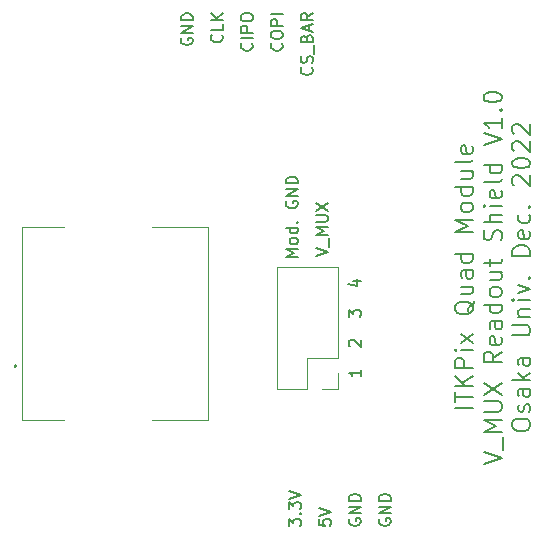
<source format=gbr>
%TF.GenerationSoftware,KiCad,Pcbnew,(5.1.6-0-10_14)*%
%TF.CreationDate,2022-12-08T17:46:00+09:00*%
%TF.ProjectId,MuxReadoutBoard,4d757852-6561-4646-9f75-74426f617264,rev?*%
%TF.SameCoordinates,Original*%
%TF.FileFunction,Legend,Top*%
%TF.FilePolarity,Positive*%
%FSLAX46Y46*%
G04 Gerber Fmt 4.6, Leading zero omitted, Abs format (unit mm)*
G04 Created by KiCad (PCBNEW (5.1.6-0-10_14)) date 2022-12-08 17:46:00*
%MOMM*%
%LPD*%
G01*
G04 APERTURE LIST*
%ADD10C,0.150000*%
%ADD11C,0.100000*%
%ADD12C,0.200000*%
%ADD13C,0.120000*%
G04 APERTURE END LIST*
D10*
X136612380Y-147333642D02*
X136612380Y-146714595D01*
X136993333Y-147047928D01*
X136993333Y-146905071D01*
X137040952Y-146809833D01*
X137088571Y-146762214D01*
X137183809Y-146714595D01*
X137421904Y-146714595D01*
X137517142Y-146762214D01*
X137564761Y-146809833D01*
X137612380Y-146905071D01*
X137612380Y-147190785D01*
X137564761Y-147286023D01*
X137517142Y-147333642D01*
X137517142Y-146286023D02*
X137564761Y-146238404D01*
X137612380Y-146286023D01*
X137564761Y-146333642D01*
X137517142Y-146286023D01*
X137612380Y-146286023D01*
X136612380Y-145905071D02*
X136612380Y-145286023D01*
X136993333Y-145619357D01*
X136993333Y-145476500D01*
X137040952Y-145381261D01*
X137088571Y-145333642D01*
X137183809Y-145286023D01*
X137421904Y-145286023D01*
X137517142Y-145333642D01*
X137564761Y-145381261D01*
X137612380Y-145476500D01*
X137612380Y-145762214D01*
X137564761Y-145857452D01*
X137517142Y-145905071D01*
X136612380Y-145000309D02*
X137612380Y-144666976D01*
X136612380Y-144333642D01*
X139152380Y-146762214D02*
X139152380Y-147238404D01*
X139628571Y-147286023D01*
X139580952Y-147238404D01*
X139533333Y-147143166D01*
X139533333Y-146905071D01*
X139580952Y-146809833D01*
X139628571Y-146762214D01*
X139723809Y-146714595D01*
X139961904Y-146714595D01*
X140057142Y-146762214D01*
X140104761Y-146809833D01*
X140152380Y-146905071D01*
X140152380Y-147143166D01*
X140104761Y-147238404D01*
X140057142Y-147286023D01*
X139152380Y-146428880D02*
X140152380Y-146095547D01*
X139152380Y-145762214D01*
X144280000Y-146714595D02*
X144232380Y-146809833D01*
X144232380Y-146952690D01*
X144280000Y-147095547D01*
X144375238Y-147190785D01*
X144470476Y-147238404D01*
X144660952Y-147286023D01*
X144803809Y-147286023D01*
X144994285Y-147238404D01*
X145089523Y-147190785D01*
X145184761Y-147095547D01*
X145232380Y-146952690D01*
X145232380Y-146857452D01*
X145184761Y-146714595D01*
X145137142Y-146666976D01*
X144803809Y-146666976D01*
X144803809Y-146857452D01*
X145232380Y-146238404D02*
X144232380Y-146238404D01*
X145232380Y-145666976D01*
X144232380Y-145666976D01*
X145232380Y-145190785D02*
X144232380Y-145190785D01*
X144232380Y-144952690D01*
X144280000Y-144809833D01*
X144375238Y-144714595D01*
X144470476Y-144666976D01*
X144660952Y-144619357D01*
X144803809Y-144619357D01*
X144994285Y-144666976D01*
X145089523Y-144714595D01*
X145184761Y-144809833D01*
X145232380Y-144952690D01*
X145232380Y-145190785D01*
X141740000Y-146714595D02*
X141692380Y-146809833D01*
X141692380Y-146952690D01*
X141740000Y-147095547D01*
X141835238Y-147190785D01*
X141930476Y-147238404D01*
X142120952Y-147286023D01*
X142263809Y-147286023D01*
X142454285Y-147238404D01*
X142549523Y-147190785D01*
X142644761Y-147095547D01*
X142692380Y-146952690D01*
X142692380Y-146857452D01*
X142644761Y-146714595D01*
X142597142Y-146666976D01*
X142263809Y-146666976D01*
X142263809Y-146857452D01*
X142692380Y-146238404D02*
X141692380Y-146238404D01*
X142692380Y-145666976D01*
X141692380Y-145666976D01*
X142692380Y-145190785D02*
X141692380Y-145190785D01*
X141692380Y-144952690D01*
X141740000Y-144809833D01*
X141835238Y-144714595D01*
X141930476Y-144666976D01*
X142120952Y-144619357D01*
X142263809Y-144619357D01*
X142454285Y-144666976D01*
X142549523Y-144714595D01*
X142644761Y-144809833D01*
X142692380Y-144952690D01*
X142692380Y-145190785D01*
X127516000Y-106015214D02*
X127468380Y-106110452D01*
X127468380Y-106253309D01*
X127516000Y-106396166D01*
X127611238Y-106491404D01*
X127706476Y-106539023D01*
X127896952Y-106586642D01*
X128039809Y-106586642D01*
X128230285Y-106539023D01*
X128325523Y-106491404D01*
X128420761Y-106396166D01*
X128468380Y-106253309D01*
X128468380Y-106158071D01*
X128420761Y-106015214D01*
X128373142Y-105967595D01*
X128039809Y-105967595D01*
X128039809Y-106158071D01*
X128468380Y-105539023D02*
X127468380Y-105539023D01*
X128468380Y-104967595D01*
X127468380Y-104967595D01*
X128468380Y-104491404D02*
X127468380Y-104491404D01*
X127468380Y-104253309D01*
X127516000Y-104110452D01*
X127611238Y-104015214D01*
X127706476Y-103967595D01*
X127896952Y-103919976D01*
X128039809Y-103919976D01*
X128230285Y-103967595D01*
X128325523Y-104015214D01*
X128420761Y-104110452D01*
X128468380Y-104253309D01*
X128468380Y-104491404D01*
X130913142Y-105729500D02*
X130960761Y-105777119D01*
X131008380Y-105919976D01*
X131008380Y-106015214D01*
X130960761Y-106158071D01*
X130865523Y-106253309D01*
X130770285Y-106300928D01*
X130579809Y-106348547D01*
X130436952Y-106348547D01*
X130246476Y-106300928D01*
X130151238Y-106253309D01*
X130056000Y-106158071D01*
X130008380Y-106015214D01*
X130008380Y-105919976D01*
X130056000Y-105777119D01*
X130103619Y-105729500D01*
X131008380Y-104824738D02*
X131008380Y-105300928D01*
X130008380Y-105300928D01*
X131008380Y-104491404D02*
X130008380Y-104491404D01*
X131008380Y-103919976D02*
X130436952Y-104348547D01*
X130008380Y-103919976D02*
X130579809Y-104491404D01*
X133453142Y-106443785D02*
X133500761Y-106491404D01*
X133548380Y-106634261D01*
X133548380Y-106729500D01*
X133500761Y-106872357D01*
X133405523Y-106967595D01*
X133310285Y-107015214D01*
X133119809Y-107062833D01*
X132976952Y-107062833D01*
X132786476Y-107015214D01*
X132691238Y-106967595D01*
X132596000Y-106872357D01*
X132548380Y-106729500D01*
X132548380Y-106634261D01*
X132596000Y-106491404D01*
X132643619Y-106443785D01*
X133548380Y-106015214D02*
X132548380Y-106015214D01*
X133548380Y-105539023D02*
X132548380Y-105539023D01*
X132548380Y-105158071D01*
X132596000Y-105062833D01*
X132643619Y-105015214D01*
X132738857Y-104967595D01*
X132881714Y-104967595D01*
X132976952Y-105015214D01*
X133024571Y-105062833D01*
X133072190Y-105158071D01*
X133072190Y-105539023D01*
X132548380Y-104348547D02*
X132548380Y-104158071D01*
X132596000Y-104062833D01*
X132691238Y-103967595D01*
X132881714Y-103919976D01*
X133215047Y-103919976D01*
X133405523Y-103967595D01*
X133500761Y-104062833D01*
X133548380Y-104158071D01*
X133548380Y-104348547D01*
X133500761Y-104443785D01*
X133405523Y-104539023D01*
X133215047Y-104586642D01*
X132881714Y-104586642D01*
X132691238Y-104539023D01*
X132596000Y-104443785D01*
X132548380Y-104348547D01*
X135993142Y-106443785D02*
X136040761Y-106491404D01*
X136088380Y-106634261D01*
X136088380Y-106729500D01*
X136040761Y-106872357D01*
X135945523Y-106967595D01*
X135850285Y-107015214D01*
X135659809Y-107062833D01*
X135516952Y-107062833D01*
X135326476Y-107015214D01*
X135231238Y-106967595D01*
X135136000Y-106872357D01*
X135088380Y-106729500D01*
X135088380Y-106634261D01*
X135136000Y-106491404D01*
X135183619Y-106443785D01*
X135088380Y-105824738D02*
X135088380Y-105634261D01*
X135136000Y-105539023D01*
X135231238Y-105443785D01*
X135421714Y-105396166D01*
X135755047Y-105396166D01*
X135945523Y-105443785D01*
X136040761Y-105539023D01*
X136088380Y-105634261D01*
X136088380Y-105824738D01*
X136040761Y-105919976D01*
X135945523Y-106015214D01*
X135755047Y-106062833D01*
X135421714Y-106062833D01*
X135231238Y-106015214D01*
X135136000Y-105919976D01*
X135088380Y-105824738D01*
X136088380Y-104967595D02*
X135088380Y-104967595D01*
X135088380Y-104586642D01*
X135136000Y-104491404D01*
X135183619Y-104443785D01*
X135278857Y-104396166D01*
X135421714Y-104396166D01*
X135516952Y-104443785D01*
X135564571Y-104491404D01*
X135612190Y-104586642D01*
X135612190Y-104967595D01*
X136088380Y-103967595D02*
X135088380Y-103967595D01*
X138533142Y-108491404D02*
X138580761Y-108539023D01*
X138628380Y-108681880D01*
X138628380Y-108777119D01*
X138580761Y-108919976D01*
X138485523Y-109015214D01*
X138390285Y-109062833D01*
X138199809Y-109110452D01*
X138056952Y-109110452D01*
X137866476Y-109062833D01*
X137771238Y-109015214D01*
X137676000Y-108919976D01*
X137628380Y-108777119D01*
X137628380Y-108681880D01*
X137676000Y-108539023D01*
X137723619Y-108491404D01*
X138580761Y-108110452D02*
X138628380Y-107967595D01*
X138628380Y-107729500D01*
X138580761Y-107634261D01*
X138533142Y-107586642D01*
X138437904Y-107539023D01*
X138342666Y-107539023D01*
X138247428Y-107586642D01*
X138199809Y-107634261D01*
X138152190Y-107729500D01*
X138104571Y-107919976D01*
X138056952Y-108015214D01*
X138009333Y-108062833D01*
X137914095Y-108110452D01*
X137818857Y-108110452D01*
X137723619Y-108062833D01*
X137676000Y-108015214D01*
X137628380Y-107919976D01*
X137628380Y-107681880D01*
X137676000Y-107539023D01*
X138723619Y-107348547D02*
X138723619Y-106586642D01*
X138104571Y-106015214D02*
X138152190Y-105872357D01*
X138199809Y-105824738D01*
X138295047Y-105777119D01*
X138437904Y-105777119D01*
X138533142Y-105824738D01*
X138580761Y-105872357D01*
X138628380Y-105967595D01*
X138628380Y-106348547D01*
X137628380Y-106348547D01*
X137628380Y-106015214D01*
X137676000Y-105919976D01*
X137723619Y-105872357D01*
X137818857Y-105824738D01*
X137914095Y-105824738D01*
X138009333Y-105872357D01*
X138056952Y-105919976D01*
X138104571Y-106015214D01*
X138104571Y-106348547D01*
X138342666Y-105396166D02*
X138342666Y-104919976D01*
X138628380Y-105491404D02*
X137628380Y-105158071D01*
X138628380Y-104824738D01*
X138628380Y-103919976D02*
X138152190Y-104253309D01*
X138628380Y-104491404D02*
X137628380Y-104491404D01*
X137628380Y-104110452D01*
X137676000Y-104015214D01*
X137723619Y-103967595D01*
X137818857Y-103919976D01*
X137961714Y-103919976D01*
X138056952Y-103967595D01*
X138104571Y-104015214D01*
X138152190Y-104110452D01*
X138152190Y-104491404D01*
X152177428Y-137341428D02*
X150653428Y-137341428D01*
X150653428Y-136833428D02*
X150653428Y-135962571D01*
X152177428Y-136398000D02*
X150653428Y-136398000D01*
X152177428Y-135454571D02*
X150653428Y-135454571D01*
X152177428Y-134583714D02*
X151306571Y-135236857D01*
X150653428Y-134583714D02*
X151524285Y-135454571D01*
X152177428Y-133930571D02*
X150653428Y-133930571D01*
X150653428Y-133350000D01*
X150726000Y-133204857D01*
X150798571Y-133132285D01*
X150943714Y-133059714D01*
X151161428Y-133059714D01*
X151306571Y-133132285D01*
X151379142Y-133204857D01*
X151451714Y-133350000D01*
X151451714Y-133930571D01*
X152177428Y-132406571D02*
X151161428Y-132406571D01*
X150653428Y-132406571D02*
X150726000Y-132479142D01*
X150798571Y-132406571D01*
X150726000Y-132334000D01*
X150653428Y-132406571D01*
X150798571Y-132406571D01*
X152177428Y-131826000D02*
X151161428Y-131027714D01*
X151161428Y-131826000D02*
X152177428Y-131027714D01*
X152322571Y-128270000D02*
X152250000Y-128415142D01*
X152104857Y-128560285D01*
X151887142Y-128778000D01*
X151814571Y-128923142D01*
X151814571Y-129068285D01*
X152177428Y-128995714D02*
X152104857Y-129140857D01*
X151959714Y-129286000D01*
X151669428Y-129358571D01*
X151161428Y-129358571D01*
X150871142Y-129286000D01*
X150726000Y-129140857D01*
X150653428Y-128995714D01*
X150653428Y-128705428D01*
X150726000Y-128560285D01*
X150871142Y-128415142D01*
X151161428Y-128342571D01*
X151669428Y-128342571D01*
X151959714Y-128415142D01*
X152104857Y-128560285D01*
X152177428Y-128705428D01*
X152177428Y-128995714D01*
X151161428Y-127036285D02*
X152177428Y-127036285D01*
X151161428Y-127689428D02*
X151959714Y-127689428D01*
X152104857Y-127616857D01*
X152177428Y-127471714D01*
X152177428Y-127254000D01*
X152104857Y-127108857D01*
X152032285Y-127036285D01*
X152177428Y-125657428D02*
X151379142Y-125657428D01*
X151234000Y-125730000D01*
X151161428Y-125875142D01*
X151161428Y-126165428D01*
X151234000Y-126310571D01*
X152104857Y-125657428D02*
X152177428Y-125802571D01*
X152177428Y-126165428D01*
X152104857Y-126310571D01*
X151959714Y-126383142D01*
X151814571Y-126383142D01*
X151669428Y-126310571D01*
X151596857Y-126165428D01*
X151596857Y-125802571D01*
X151524285Y-125657428D01*
X152177428Y-124278571D02*
X150653428Y-124278571D01*
X152104857Y-124278571D02*
X152177428Y-124423714D01*
X152177428Y-124714000D01*
X152104857Y-124859142D01*
X152032285Y-124931714D01*
X151887142Y-125004285D01*
X151451714Y-125004285D01*
X151306571Y-124931714D01*
X151234000Y-124859142D01*
X151161428Y-124714000D01*
X151161428Y-124423714D01*
X151234000Y-124278571D01*
X152177428Y-122391714D02*
X150653428Y-122391714D01*
X151742000Y-121883714D01*
X150653428Y-121375714D01*
X152177428Y-121375714D01*
X152177428Y-120432285D02*
X152104857Y-120577428D01*
X152032285Y-120650000D01*
X151887142Y-120722571D01*
X151451714Y-120722571D01*
X151306571Y-120650000D01*
X151234000Y-120577428D01*
X151161428Y-120432285D01*
X151161428Y-120214571D01*
X151234000Y-120069428D01*
X151306571Y-119996857D01*
X151451714Y-119924285D01*
X151887142Y-119924285D01*
X152032285Y-119996857D01*
X152104857Y-120069428D01*
X152177428Y-120214571D01*
X152177428Y-120432285D01*
X152177428Y-118618000D02*
X150653428Y-118618000D01*
X152104857Y-118618000D02*
X152177428Y-118763142D01*
X152177428Y-119053428D01*
X152104857Y-119198571D01*
X152032285Y-119271142D01*
X151887142Y-119343714D01*
X151451714Y-119343714D01*
X151306571Y-119271142D01*
X151234000Y-119198571D01*
X151161428Y-119053428D01*
X151161428Y-118763142D01*
X151234000Y-118618000D01*
X151161428Y-117239142D02*
X152177428Y-117239142D01*
X151161428Y-117892285D02*
X151959714Y-117892285D01*
X152104857Y-117819714D01*
X152177428Y-117674571D01*
X152177428Y-117456857D01*
X152104857Y-117311714D01*
X152032285Y-117239142D01*
X152177428Y-116295714D02*
X152104857Y-116440857D01*
X151959714Y-116513428D01*
X150653428Y-116513428D01*
X152104857Y-115134571D02*
X152177428Y-115279714D01*
X152177428Y-115570000D01*
X152104857Y-115715142D01*
X151959714Y-115787714D01*
X151379142Y-115787714D01*
X151234000Y-115715142D01*
X151161428Y-115570000D01*
X151161428Y-115279714D01*
X151234000Y-115134571D01*
X151379142Y-115062000D01*
X151524285Y-115062000D01*
X151669428Y-115787714D01*
X153089428Y-142058571D02*
X154613428Y-141550571D01*
X153089428Y-141042571D01*
X154758571Y-140897428D02*
X154758571Y-139736285D01*
X154613428Y-139373428D02*
X153089428Y-139373428D01*
X154178000Y-138865428D01*
X153089428Y-138357428D01*
X154613428Y-138357428D01*
X153089428Y-137631714D02*
X154323142Y-137631714D01*
X154468285Y-137559142D01*
X154540857Y-137486571D01*
X154613428Y-137341428D01*
X154613428Y-137051142D01*
X154540857Y-136906000D01*
X154468285Y-136833428D01*
X154323142Y-136760857D01*
X153089428Y-136760857D01*
X153089428Y-136180285D02*
X154613428Y-135164285D01*
X153089428Y-135164285D02*
X154613428Y-136180285D01*
X154613428Y-132551714D02*
X153887714Y-133059714D01*
X154613428Y-133422571D02*
X153089428Y-133422571D01*
X153089428Y-132842000D01*
X153162000Y-132696857D01*
X153234571Y-132624285D01*
X153379714Y-132551714D01*
X153597428Y-132551714D01*
X153742571Y-132624285D01*
X153815142Y-132696857D01*
X153887714Y-132842000D01*
X153887714Y-133422571D01*
X154540857Y-131318000D02*
X154613428Y-131463142D01*
X154613428Y-131753428D01*
X154540857Y-131898571D01*
X154395714Y-131971142D01*
X153815142Y-131971142D01*
X153670000Y-131898571D01*
X153597428Y-131753428D01*
X153597428Y-131463142D01*
X153670000Y-131318000D01*
X153815142Y-131245428D01*
X153960285Y-131245428D01*
X154105428Y-131971142D01*
X154613428Y-129939142D02*
X153815142Y-129939142D01*
X153670000Y-130011714D01*
X153597428Y-130156857D01*
X153597428Y-130447142D01*
X153670000Y-130592285D01*
X154540857Y-129939142D02*
X154613428Y-130084285D01*
X154613428Y-130447142D01*
X154540857Y-130592285D01*
X154395714Y-130664857D01*
X154250571Y-130664857D01*
X154105428Y-130592285D01*
X154032857Y-130447142D01*
X154032857Y-130084285D01*
X153960285Y-129939142D01*
X154613428Y-128560285D02*
X153089428Y-128560285D01*
X154540857Y-128560285D02*
X154613428Y-128705428D01*
X154613428Y-128995714D01*
X154540857Y-129140857D01*
X154468285Y-129213428D01*
X154323142Y-129286000D01*
X153887714Y-129286000D01*
X153742571Y-129213428D01*
X153670000Y-129140857D01*
X153597428Y-128995714D01*
X153597428Y-128705428D01*
X153670000Y-128560285D01*
X154613428Y-127616857D02*
X154540857Y-127762000D01*
X154468285Y-127834571D01*
X154323142Y-127907142D01*
X153887714Y-127907142D01*
X153742571Y-127834571D01*
X153670000Y-127762000D01*
X153597428Y-127616857D01*
X153597428Y-127399142D01*
X153670000Y-127254000D01*
X153742571Y-127181428D01*
X153887714Y-127108857D01*
X154323142Y-127108857D01*
X154468285Y-127181428D01*
X154540857Y-127254000D01*
X154613428Y-127399142D01*
X154613428Y-127616857D01*
X153597428Y-125802571D02*
X154613428Y-125802571D01*
X153597428Y-126455714D02*
X154395714Y-126455714D01*
X154540857Y-126383142D01*
X154613428Y-126238000D01*
X154613428Y-126020285D01*
X154540857Y-125875142D01*
X154468285Y-125802571D01*
X153597428Y-125294571D02*
X153597428Y-124714000D01*
X153089428Y-125076857D02*
X154395714Y-125076857D01*
X154540857Y-125004285D01*
X154613428Y-124859142D01*
X154613428Y-124714000D01*
X154540857Y-123117428D02*
X154613428Y-122899714D01*
X154613428Y-122536857D01*
X154540857Y-122391714D01*
X154468285Y-122319142D01*
X154323142Y-122246571D01*
X154178000Y-122246571D01*
X154032857Y-122319142D01*
X153960285Y-122391714D01*
X153887714Y-122536857D01*
X153815142Y-122827142D01*
X153742571Y-122972285D01*
X153670000Y-123044857D01*
X153524857Y-123117428D01*
X153379714Y-123117428D01*
X153234571Y-123044857D01*
X153162000Y-122972285D01*
X153089428Y-122827142D01*
X153089428Y-122464285D01*
X153162000Y-122246571D01*
X154613428Y-121593428D02*
X153089428Y-121593428D01*
X154613428Y-120940285D02*
X153815142Y-120940285D01*
X153670000Y-121012857D01*
X153597428Y-121158000D01*
X153597428Y-121375714D01*
X153670000Y-121520857D01*
X153742571Y-121593428D01*
X154613428Y-120214571D02*
X153597428Y-120214571D01*
X153089428Y-120214571D02*
X153162000Y-120287142D01*
X153234571Y-120214571D01*
X153162000Y-120142000D01*
X153089428Y-120214571D01*
X153234571Y-120214571D01*
X154540857Y-118908285D02*
X154613428Y-119053428D01*
X154613428Y-119343714D01*
X154540857Y-119488857D01*
X154395714Y-119561428D01*
X153815142Y-119561428D01*
X153670000Y-119488857D01*
X153597428Y-119343714D01*
X153597428Y-119053428D01*
X153670000Y-118908285D01*
X153815142Y-118835714D01*
X153960285Y-118835714D01*
X154105428Y-119561428D01*
X154613428Y-117964857D02*
X154540857Y-118110000D01*
X154395714Y-118182571D01*
X153089428Y-118182571D01*
X154613428Y-116731142D02*
X153089428Y-116731142D01*
X154540857Y-116731142D02*
X154613428Y-116876285D01*
X154613428Y-117166571D01*
X154540857Y-117311714D01*
X154468285Y-117384285D01*
X154323142Y-117456857D01*
X153887714Y-117456857D01*
X153742571Y-117384285D01*
X153670000Y-117311714D01*
X153597428Y-117166571D01*
X153597428Y-116876285D01*
X153670000Y-116731142D01*
X153089428Y-115062000D02*
X154613428Y-114554000D01*
X153089428Y-114046000D01*
X154613428Y-112739714D02*
X154613428Y-113610571D01*
X154613428Y-113175142D02*
X153089428Y-113175142D01*
X153307142Y-113320285D01*
X153452285Y-113465428D01*
X153524857Y-113610571D01*
X154468285Y-112086571D02*
X154540857Y-112014000D01*
X154613428Y-112086571D01*
X154540857Y-112159142D01*
X154468285Y-112086571D01*
X154613428Y-112086571D01*
X153089428Y-111070571D02*
X153089428Y-110925428D01*
X153162000Y-110780285D01*
X153234571Y-110707714D01*
X153379714Y-110635142D01*
X153670000Y-110562571D01*
X154032857Y-110562571D01*
X154323142Y-110635142D01*
X154468285Y-110707714D01*
X154540857Y-110780285D01*
X154613428Y-110925428D01*
X154613428Y-111070571D01*
X154540857Y-111215714D01*
X154468285Y-111288285D01*
X154323142Y-111360857D01*
X154032857Y-111433428D01*
X153670000Y-111433428D01*
X153379714Y-111360857D01*
X153234571Y-111288285D01*
X153162000Y-111215714D01*
X153089428Y-111070571D01*
X155525428Y-138865428D02*
X155525428Y-138575142D01*
X155598000Y-138430000D01*
X155743142Y-138284857D01*
X156033428Y-138212285D01*
X156541428Y-138212285D01*
X156831714Y-138284857D01*
X156976857Y-138430000D01*
X157049428Y-138575142D01*
X157049428Y-138865428D01*
X156976857Y-139010571D01*
X156831714Y-139155714D01*
X156541428Y-139228285D01*
X156033428Y-139228285D01*
X155743142Y-139155714D01*
X155598000Y-139010571D01*
X155525428Y-138865428D01*
X156976857Y-137631714D02*
X157049428Y-137486571D01*
X157049428Y-137196285D01*
X156976857Y-137051142D01*
X156831714Y-136978571D01*
X156759142Y-136978571D01*
X156614000Y-137051142D01*
X156541428Y-137196285D01*
X156541428Y-137414000D01*
X156468857Y-137559142D01*
X156323714Y-137631714D01*
X156251142Y-137631714D01*
X156106000Y-137559142D01*
X156033428Y-137414000D01*
X156033428Y-137196285D01*
X156106000Y-137051142D01*
X157049428Y-135672285D02*
X156251142Y-135672285D01*
X156106000Y-135744857D01*
X156033428Y-135890000D01*
X156033428Y-136180285D01*
X156106000Y-136325428D01*
X156976857Y-135672285D02*
X157049428Y-135817428D01*
X157049428Y-136180285D01*
X156976857Y-136325428D01*
X156831714Y-136398000D01*
X156686571Y-136398000D01*
X156541428Y-136325428D01*
X156468857Y-136180285D01*
X156468857Y-135817428D01*
X156396285Y-135672285D01*
X157049428Y-134946571D02*
X155525428Y-134946571D01*
X156468857Y-134801428D02*
X157049428Y-134366000D01*
X156033428Y-134366000D02*
X156614000Y-134946571D01*
X157049428Y-133059714D02*
X156251142Y-133059714D01*
X156106000Y-133132285D01*
X156033428Y-133277428D01*
X156033428Y-133567714D01*
X156106000Y-133712857D01*
X156976857Y-133059714D02*
X157049428Y-133204857D01*
X157049428Y-133567714D01*
X156976857Y-133712857D01*
X156831714Y-133785428D01*
X156686571Y-133785428D01*
X156541428Y-133712857D01*
X156468857Y-133567714D01*
X156468857Y-133204857D01*
X156396285Y-133059714D01*
X155525428Y-131172857D02*
X156759142Y-131172857D01*
X156904285Y-131100285D01*
X156976857Y-131027714D01*
X157049428Y-130882571D01*
X157049428Y-130592285D01*
X156976857Y-130447142D01*
X156904285Y-130374571D01*
X156759142Y-130302000D01*
X155525428Y-130302000D01*
X156033428Y-129576285D02*
X157049428Y-129576285D01*
X156178571Y-129576285D02*
X156106000Y-129503714D01*
X156033428Y-129358571D01*
X156033428Y-129140857D01*
X156106000Y-128995714D01*
X156251142Y-128923142D01*
X157049428Y-128923142D01*
X157049428Y-128197428D02*
X156033428Y-128197428D01*
X155525428Y-128197428D02*
X155598000Y-128270000D01*
X155670571Y-128197428D01*
X155598000Y-128124857D01*
X155525428Y-128197428D01*
X155670571Y-128197428D01*
X156033428Y-127616857D02*
X157049428Y-127254000D01*
X156033428Y-126891142D01*
X156904285Y-126310571D02*
X156976857Y-126238000D01*
X157049428Y-126310571D01*
X156976857Y-126383142D01*
X156904285Y-126310571D01*
X157049428Y-126310571D01*
X157049428Y-124423714D02*
X155525428Y-124423714D01*
X155525428Y-124060857D01*
X155598000Y-123843142D01*
X155743142Y-123698000D01*
X155888285Y-123625428D01*
X156178571Y-123552857D01*
X156396285Y-123552857D01*
X156686571Y-123625428D01*
X156831714Y-123698000D01*
X156976857Y-123843142D01*
X157049428Y-124060857D01*
X157049428Y-124423714D01*
X156976857Y-122319142D02*
X157049428Y-122464285D01*
X157049428Y-122754571D01*
X156976857Y-122899714D01*
X156831714Y-122972285D01*
X156251142Y-122972285D01*
X156106000Y-122899714D01*
X156033428Y-122754571D01*
X156033428Y-122464285D01*
X156106000Y-122319142D01*
X156251142Y-122246571D01*
X156396285Y-122246571D01*
X156541428Y-122972285D01*
X156976857Y-120940285D02*
X157049428Y-121085428D01*
X157049428Y-121375714D01*
X156976857Y-121520857D01*
X156904285Y-121593428D01*
X156759142Y-121666000D01*
X156323714Y-121666000D01*
X156178571Y-121593428D01*
X156106000Y-121520857D01*
X156033428Y-121375714D01*
X156033428Y-121085428D01*
X156106000Y-120940285D01*
X156904285Y-120287142D02*
X156976857Y-120214571D01*
X157049428Y-120287142D01*
X156976857Y-120359714D01*
X156904285Y-120287142D01*
X157049428Y-120287142D01*
X155670571Y-118472857D02*
X155598000Y-118400285D01*
X155525428Y-118255142D01*
X155525428Y-117892285D01*
X155598000Y-117747142D01*
X155670571Y-117674571D01*
X155815714Y-117602000D01*
X155960857Y-117602000D01*
X156178571Y-117674571D01*
X157049428Y-118545428D01*
X157049428Y-117602000D01*
X155525428Y-116658571D02*
X155525428Y-116513428D01*
X155598000Y-116368285D01*
X155670571Y-116295714D01*
X155815714Y-116223142D01*
X156106000Y-116150571D01*
X156468857Y-116150571D01*
X156759142Y-116223142D01*
X156904285Y-116295714D01*
X156976857Y-116368285D01*
X157049428Y-116513428D01*
X157049428Y-116658571D01*
X156976857Y-116803714D01*
X156904285Y-116876285D01*
X156759142Y-116948857D01*
X156468857Y-117021428D01*
X156106000Y-117021428D01*
X155815714Y-116948857D01*
X155670571Y-116876285D01*
X155598000Y-116803714D01*
X155525428Y-116658571D01*
X155670571Y-115570000D02*
X155598000Y-115497428D01*
X155525428Y-115352285D01*
X155525428Y-114989428D01*
X155598000Y-114844285D01*
X155670571Y-114771714D01*
X155815714Y-114699142D01*
X155960857Y-114699142D01*
X156178571Y-114771714D01*
X157049428Y-115642571D01*
X157049428Y-114699142D01*
X155670571Y-114118571D02*
X155598000Y-114046000D01*
X155525428Y-113900857D01*
X155525428Y-113538000D01*
X155598000Y-113392857D01*
X155670571Y-113320285D01*
X155815714Y-113247714D01*
X155960857Y-113247714D01*
X156178571Y-113320285D01*
X157049428Y-114191142D01*
X157049428Y-113247714D01*
X142025714Y-126555523D02*
X142692380Y-126555523D01*
X141644761Y-126793619D02*
X142359047Y-127031714D01*
X142359047Y-126412666D01*
X137358380Y-124538952D02*
X136358380Y-124538952D01*
X137072666Y-124205619D01*
X136358380Y-123872285D01*
X137358380Y-123872285D01*
X137358380Y-123253238D02*
X137310761Y-123348476D01*
X137263142Y-123396095D01*
X137167904Y-123443714D01*
X136882190Y-123443714D01*
X136786952Y-123396095D01*
X136739333Y-123348476D01*
X136691714Y-123253238D01*
X136691714Y-123110380D01*
X136739333Y-123015142D01*
X136786952Y-122967523D01*
X136882190Y-122919904D01*
X137167904Y-122919904D01*
X137263142Y-122967523D01*
X137310761Y-123015142D01*
X137358380Y-123110380D01*
X137358380Y-123253238D01*
X137358380Y-122062761D02*
X136358380Y-122062761D01*
X137310761Y-122062761D02*
X137358380Y-122158000D01*
X137358380Y-122348476D01*
X137310761Y-122443714D01*
X137263142Y-122491333D01*
X137167904Y-122538952D01*
X136882190Y-122538952D01*
X136786952Y-122491333D01*
X136739333Y-122443714D01*
X136691714Y-122348476D01*
X136691714Y-122158000D01*
X136739333Y-122062761D01*
X137263142Y-121586571D02*
X137310761Y-121538952D01*
X137358380Y-121586571D01*
X137310761Y-121634190D01*
X137263142Y-121586571D01*
X137358380Y-121586571D01*
X136406000Y-119824666D02*
X136358380Y-119919904D01*
X136358380Y-120062761D01*
X136406000Y-120205619D01*
X136501238Y-120300857D01*
X136596476Y-120348476D01*
X136786952Y-120396095D01*
X136929809Y-120396095D01*
X137120285Y-120348476D01*
X137215523Y-120300857D01*
X137310761Y-120205619D01*
X137358380Y-120062761D01*
X137358380Y-119967523D01*
X137310761Y-119824666D01*
X137263142Y-119777047D01*
X136929809Y-119777047D01*
X136929809Y-119967523D01*
X137358380Y-119348476D02*
X136358380Y-119348476D01*
X137358380Y-118777047D01*
X136358380Y-118777047D01*
X137358380Y-118300857D02*
X136358380Y-118300857D01*
X136358380Y-118062761D01*
X136406000Y-117919904D01*
X136501238Y-117824666D01*
X136596476Y-117777047D01*
X136786952Y-117729428D01*
X136929809Y-117729428D01*
X137120285Y-117777047D01*
X137215523Y-117824666D01*
X137310761Y-117919904D01*
X137358380Y-118062761D01*
X137358380Y-118300857D01*
X138898380Y-124459714D02*
X139898380Y-124126380D01*
X138898380Y-123793047D01*
X139993619Y-123697809D02*
X139993619Y-122935904D01*
X139898380Y-122697809D02*
X138898380Y-122697809D01*
X139612666Y-122364476D01*
X138898380Y-122031142D01*
X139898380Y-122031142D01*
X138898380Y-121554952D02*
X139707904Y-121554952D01*
X139803142Y-121507333D01*
X139850761Y-121459714D01*
X139898380Y-121364476D01*
X139898380Y-121174000D01*
X139850761Y-121078761D01*
X139803142Y-121031142D01*
X139707904Y-120983523D01*
X138898380Y-120983523D01*
X138898380Y-120602571D02*
X139898380Y-119935904D01*
X138898380Y-119935904D02*
X139898380Y-120602571D01*
X141692380Y-129619333D02*
X141692380Y-129000285D01*
X142073333Y-129333619D01*
X142073333Y-129190761D01*
X142120952Y-129095523D01*
X142168571Y-129047904D01*
X142263809Y-129000285D01*
X142501904Y-129000285D01*
X142597142Y-129047904D01*
X142644761Y-129095523D01*
X142692380Y-129190761D01*
X142692380Y-129476476D01*
X142644761Y-129571714D01*
X142597142Y-129619333D01*
X141787619Y-132111714D02*
X141740000Y-132064095D01*
X141692380Y-131968857D01*
X141692380Y-131730761D01*
X141740000Y-131635523D01*
X141787619Y-131587904D01*
X141882857Y-131540285D01*
X141978095Y-131540285D01*
X142120952Y-131587904D01*
X142692380Y-132159333D01*
X142692380Y-131540285D01*
X142692380Y-134080285D02*
X142692380Y-134651714D01*
X142692380Y-134366000D02*
X141692380Y-134366000D01*
X141835238Y-134461238D01*
X141930476Y-134556476D01*
X141978095Y-134651714D01*
D11*
%TO.C,J1*%
X125050000Y-121981000D02*
X129800000Y-121981000D01*
X129800000Y-121981000D02*
X129800000Y-138361000D01*
X129800000Y-138361000D02*
X125050000Y-138361000D01*
X117550000Y-121981000D02*
X114050000Y-121981000D01*
X114050000Y-121981000D02*
X114050000Y-138361000D01*
X114050000Y-138361000D02*
X117550000Y-138361000D01*
D12*
X113450000Y-133671000D02*
X113450000Y-133671000D01*
X113450000Y-133871000D02*
X113450000Y-133871000D01*
X113450000Y-133671000D02*
G75*
G03*
X113450000Y-133871000I0J-100000D01*
G01*
X113450000Y-133871000D02*
G75*
G03*
X113450000Y-133671000I0J100000D01*
G01*
D13*
%TO.C,J2*%
X140776000Y-135696000D02*
X139446000Y-135696000D01*
X140776000Y-134366000D02*
X140776000Y-135696000D01*
X138176000Y-135696000D02*
X135576000Y-135696000D01*
X138176000Y-133096000D02*
X138176000Y-135696000D01*
X140776000Y-133096000D02*
X138176000Y-133096000D01*
X135576000Y-135696000D02*
X135576000Y-125416000D01*
X140776000Y-133096000D02*
X140776000Y-125416000D01*
X140776000Y-125416000D02*
X135576000Y-125416000D01*
%TD*%
M02*

</source>
